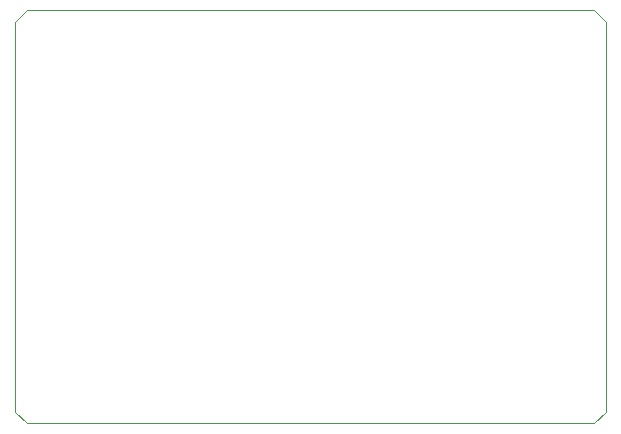
<source format=gm1>
%TF.GenerationSoftware,KiCad,Pcbnew,8.0.0*%
%TF.CreationDate,2024-09-29T18:30:20+09:00*%
%TF.ProjectId,tiny402_sounds_player_V2_0807_,74696e79-3430-4325-9f73-6f756e64735f,rev?*%
%TF.SameCoordinates,Original*%
%TF.FileFunction,Profile,NP*%
%FSLAX46Y46*%
G04 Gerber Fmt 4.6, Leading zero omitted, Abs format (unit mm)*
G04 Created by KiCad (PCBNEW 8.0.0) date 2024-09-29 18:30:20*
%MOMM*%
%LPD*%
G01*
G04 APERTURE LIST*
%TA.AperFunction,Profile*%
%ADD10C,0.050000*%
%TD*%
G04 APERTURE END LIST*
D10*
X101000000Y-100000000D02*
X149000000Y-100000000D01*
X150000000Y-99000000D02*
X150000000Y-66000000D01*
X149000000Y-100000000D02*
X150000000Y-99000000D01*
X100000000Y-99000000D02*
X100000000Y-66000000D01*
X150000000Y-66000000D02*
X149000000Y-65000000D01*
X101000000Y-65000000D02*
X149000000Y-65000000D01*
X101000000Y-100000000D02*
X100000000Y-99000000D01*
X100000000Y-66000000D02*
X101000000Y-65000000D01*
M02*

</source>
